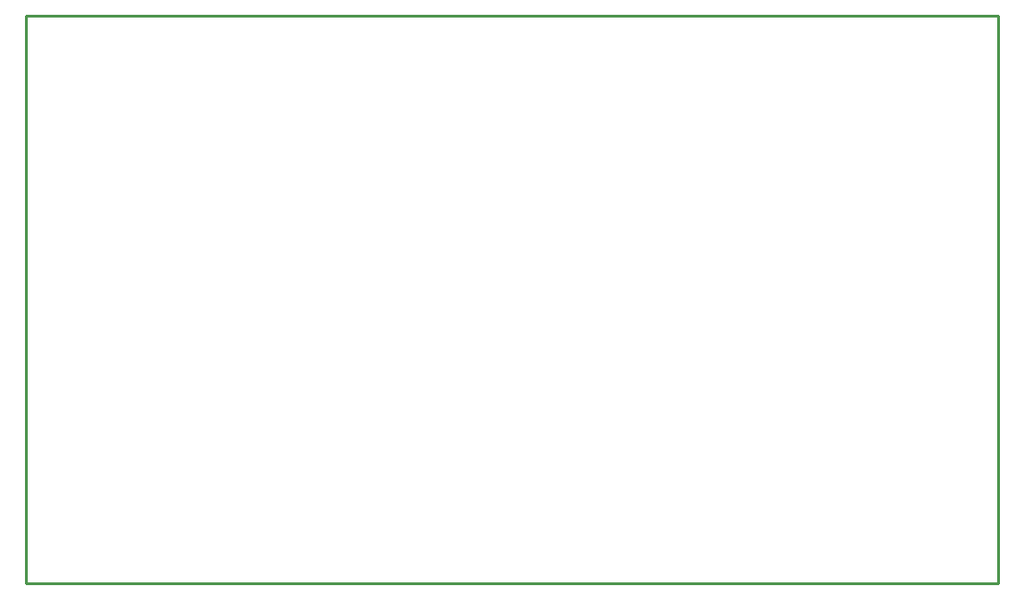
<source format=gko>
G04 Layer: BoardOutline*
G04 EasyEDA v6.1.48, Fri, 24 May 2019 02:17:32 GMT*
G04 a76c445d5078456fbe9c8c9c1c925b64,d79a69aa59da4e1fbb9b7d465b79b5da,10*
G04 Gerber Generator version 0.2*
G04 Scale: 100 percent, Rotated: No, Reflected: No *
G04 Dimensions in millimeters *
G04 leading zeros omitted , absolute positions ,3 integer and 3 decimal *
%FSLAX33Y33*%
%MOMM*%
G90*
G71D02*

%ADD10C,0.254000*%
G54D10*
G01X0Y51999D02*
G01X88999Y51999D01*
G01X88999Y0D01*
G01X0Y0D01*
G01X0Y51999D01*

%LPD*%
M00*
M02*

</source>
